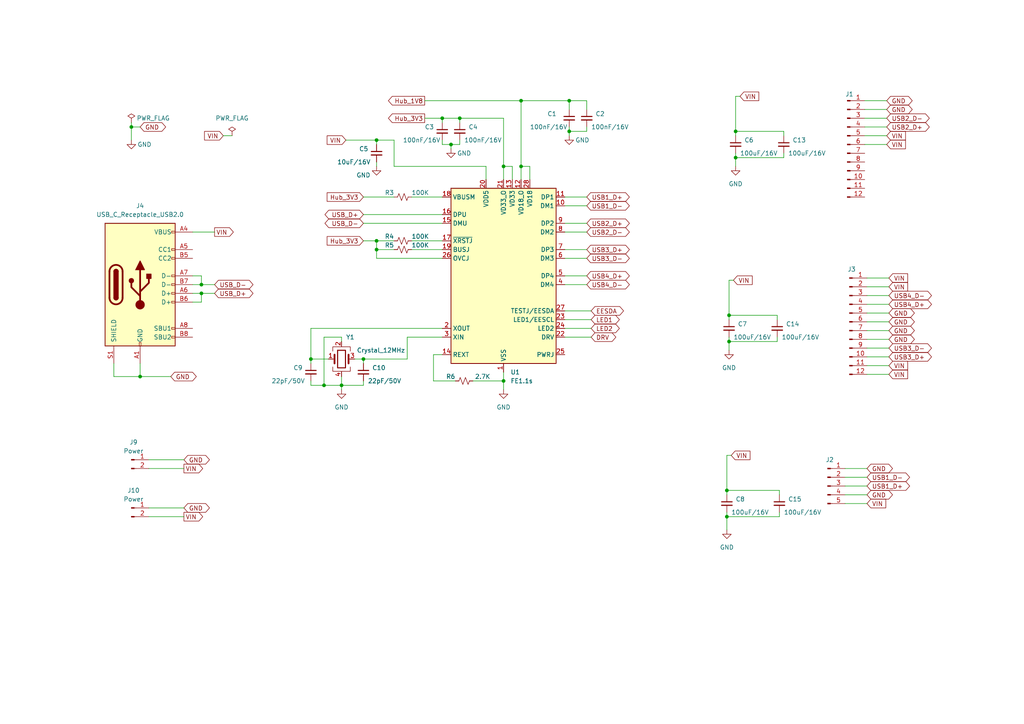
<source format=kicad_sch>
(kicad_sch (version 20230121) (generator eeschema)
  (paper "A4")
  (lib_symbols
    (symbol "Connector:Conn_01x02_Male" (pin_names (offset 1.016) hide)
      (property "Reference" "J" (at 0 2.54 0))
      (property "Value" "Conn_01x02_Male" (at 0 -5.08 0))
      (symbol "Conn_01x02_Male_1_1"
        (polyline (pts (xy 1.27 -2.54) (xy 0.8636 -2.54)) (stroke (width 0.1524)))
        (polyline (pts (xy 1.27 0) (xy 0.8636 0)) (stroke (width 0.1524)))
        (rectangle (start 0.8636 -2.413) (end 0 -2.667) (stroke (width 0.1524)) (fill (type outline)))
        (rectangle (start 0.8636 0.127) (end 0 -0.127) (stroke (width 0.1524)) (fill (type outline)))
        (pin passive line (at 5.08 0 180) (length 3.81) (name "Pin_1") (number "1"))
        (pin passive line (at 5.08 -2.54 180) (length 3.81) (name "Pin_2") (number "2"))
      )
    )
    (symbol "Connector:Conn_01x05_Male" (pin_names (offset 1.016) hide)
      (property "Reference" "J" (at 0 7.62 0))
      (property "Value" "Conn_01x05_Male" (at 0 -7.62 0))
      (symbol "Conn_01x05_Male_1_1"
        (polyline (pts (xy 1.27 -5.08) (xy 0.8636 -5.08)) (stroke (width 0.1524)))
        (polyline (pts (xy 1.27 -2.54) (xy 0.8636 -2.54)) (stroke (width 0.1524)))
        (polyline (pts (xy 1.27 0) (xy 0.8636 0)) (stroke (width 0.1524)))
        (polyline (pts (xy 1.27 2.54) (xy 0.8636 2.54)) (stroke (width 0.1524)))
        (polyline (pts (xy 1.27 5.08) (xy 0.8636 5.08)) (stroke (width 0.1524)))
        (rectangle (start 0.8636 -4.953) (end 0 -5.207) (stroke (width 0.1524)) (fill (type outline)))
        (rectangle (start 0.8636 -2.413) (end 0 -2.667) (stroke (width 0.1524)) (fill (type outline)))
        (rectangle (start 0.8636 0.127) (end 0 -0.127) (stroke (width 0.1524)) (fill (type outline)))
        (rectangle (start 0.8636 2.667) (end 0 2.413) (stroke (width 0.1524)) (fill (type outline)))
        (rectangle (start 0.8636 5.207) (end 0 4.953) (stroke (width 0.1524)) (fill (type outline)))
        (pin passive line (at 5.08 5.08 180) (length 3.81) (name "Pin_1") (number "1"))
        (pin passive line (at 5.08 2.54 180) (length 3.81) (name "Pin_2") (number "2"))
        (pin passive line (at 5.08 0 180) (length 3.81) (name "Pin_3") (number "3"))
        (pin passive line (at 5.08 -2.54 180) (length 3.81) (name "Pin_4") (number "4"))
        (pin passive line (at 5.08 -5.08 180) (length 3.81) (name "Pin_5") (number "5"))
      )
    )
    (symbol "Connector:Conn_01x12_Pin" (pin_names (offset 1.016) hide)
      (property "Reference" "J" (at 0 15.24 0))
      (property "Value" "Conn_01x12_Pin" (at 0 -17.78 0))
      (symbol "Conn_01x12_Pin_1_1"
        (polyline (pts (xy 1.27 -15.24) (xy 0.8636 -15.24)) (stroke (width 0.1524)))
        (polyline (pts (xy 1.27 -12.7) (xy 0.8636 -12.7)) (stroke (width 0.1524)))
        (polyline (pts (xy 1.27 -10.16) (xy 0.8636 -10.16)) (stroke (width 0.1524)))
        (polyline (pts (xy 1.27 -7.62) (xy 0.8636 -7.62)) (stroke (width 0.1524)))
        (polyline (pts (xy 1.27 -5.08) (xy 0.8636 -5.08)) (stroke (width 0.1524)))
        (polyline (pts (xy 1.27 -2.54) (xy 0.8636 -2.54)) (stroke (width 0.1524)))
        (polyline (pts (xy 1.27 0) (xy 0.8636 0)) (stroke (width 0.1524)))
        (polyline (pts (xy 1.27 2.54) (xy 0.8636 2.54)) (stroke (width 0.1524)))
        (polyline (pts (xy 1.27 5.08) (xy 0.8636 5.08)) (stroke (width 0.1524)))
        (polyline (pts (xy 1.27 7.62) (xy 0.8636 7.62)) (stroke (width 0.1524)))
        (polyline (pts (xy 1.27 10.16) (xy 0.8636 10.16)) (stroke (width 0.1524)))
        (polyline (pts (xy 1.27 12.7) (xy 0.8636 12.7)) (stroke (width 0.1524)))
        (rectangle (start 0.8636 -15.113) (end 0 -15.367) (stroke (width 0.1524)) (fill (type outline)))
        (rectangle (start 0.8636 -12.573) (end 0 -12.827) (stroke (width 0.1524)) (fill (type outline)))
        (rectangle (start 0.8636 -10.033) (end 0 -10.287) (stroke (width 0.1524)) (fill (type outline)))
        (rectangle (start 0.8636 -7.493) (end 0 -7.747) (stroke (width 0.1524)) (fill (type outline)))
        (rectangle (start 0.8636 -4.953) (end 0 -5.207) (stroke (width 0.1524)) (fill (type outline)))
        (rectangle (start 0.8636 -2.413) (end 0 -2.667) (stroke (width 0.1524)) (fill (type outline)))
        (rectangle (start 0.8636 0.127) (end 0 -0.127) (stroke (width 0.1524)) (fill (type outline)))
        (rectangle (start 0.8636 2.667) (end 0 2.413) (stroke (width 0.1524)) (fill (type outline)))
        (rectangle (start 0.8636 5.207) (end 0 4.953) (stroke (width 0.1524)) (fill (type outline)))
        (rectangle (start 0.8636 7.747) (end 0 7.493) (stroke (width 0.1524)) (fill (type outline)))
        (rectangle (start 0.8636 10.287) (end 0 10.033) (stroke (width 0.1524)) (fill (type outline)))
        (rectangle (start 0.8636 12.827) (end 0 12.573) (stroke (width 0.1524)) (fill (type outline)))
        (pin passive line (at 5.08 12.7 180) (length 3.81) (name "Pin_1") (number "1"))
        (pin passive line (at 5.08 -10.16 180) (length 3.81) (name "Pin_10") (number "10"))
        (pin passive line (at 5.08 -12.7 180) (length 3.81) (name "Pin_11") (number "11"))
        (pin passive line (at 5.08 -15.24 180) (length 3.81) (name "Pin_12") (number "12"))
        (pin passive line (at 5.08 10.16 180) (length 3.81) (name "Pin_2") (number "2"))
        (pin passive line (at 5.08 7.62 180) (length 3.81) (name "Pin_3") (number "3"))
        (pin passive line (at 5.08 5.08 180) (length 3.81) (name "Pin_4") (number "4"))
        (pin passive line (at 5.08 2.54 180) (length 3.81) (name "Pin_5") (number "5"))
        (pin passive line (at 5.08 0 180) (length 3.81) (name "Pin_6") (number "6"))
        (pin passive line (at 5.08 -2.54 180) (length 3.81) (name "Pin_7") (number "7"))
        (pin passive line (at 5.08 -5.08 180) (length 3.81) (name "Pin_8") (number "8"))
        (pin passive line (at 5.08 -7.62 180) (length 3.81) (name "Pin_9") (number "9"))
      )
    )
    (symbol "Connector:USB_C_Receptacle_USB2.0" (pin_names (offset 1.016))
      (property "Reference" "J" (at -10.16 19.05 0))
      (property "Value" "USB_C_Receptacle_USB2.0" (at 19.05 19.05 0))
      (symbol "USB_C_Receptacle_USB2.0_0_0"
        (rectangle (start -0.254 -17.78) (end 0.254 -16.764))
        (rectangle (start 10.16 -14.986) (end 9.144 -15.494))
        (rectangle (start 10.16 -12.446) (end 9.144 -12.954))
        (rectangle (start 10.16 -4.826) (end 9.144 -5.334))
        (rectangle (start 10.16 -2.286) (end 9.144 -2.794))
        (rectangle (start 10.16 0.254) (end 9.144 -0.254))
        (rectangle (start 10.16 2.794) (end 9.144 2.286))
        (rectangle (start 10.16 7.874) (end 9.144 7.366))
        (rectangle (start 10.16 10.414) (end 9.144 9.906))
        (rectangle (start 10.16 15.494) (end 9.144 14.986))
      )
      (symbol "USB_C_Receptacle_USB2.0_0_1"
        (rectangle (start -10.16 17.78) (end 10.16 -17.78) (stroke (width 0.254)) (fill (type background)))
        (arc (start -8.89 -3.81) (mid -6.985 -5.7067) (end -5.08 -3.81) (stroke (width 0.508)))
        (arc (start -7.62 -3.81) (mid -6.985 -4.4423) (end -6.35 -3.81) (stroke (width 0.254)))
        (arc (start -7.62 -3.81) (mid -6.985 -4.4423) (end -6.35 -3.81) (stroke (width 0.254)) (fill (type outline)))
        (rectangle (start -7.62 -3.81) (end -6.35 3.81) (stroke (width 0.254)) (fill (type outline)))
        (arc (start -6.35 3.81) (mid -6.985 4.4423) (end -7.62 3.81) (stroke (width 0.254)))
        (arc (start -6.35 3.81) (mid -6.985 4.4423) (end -7.62 3.81) (stroke (width 0.254)) (fill (type outline)))
        (arc (start -5.08 3.81) (mid -6.985 5.7067) (end -8.89 3.81) (stroke (width 0.508)))
        (circle (center -2.54 1.143) (radius 0.635) (stroke (width 0.254)) (fill (type outline)))
        (circle (center 0 -5.842) (radius 1.27) (fill (type outline)))
        (polyline (pts (xy -8.89 -3.81) (xy -8.89 3.81)) (stroke (width 0.508)))
        (polyline (pts (xy -5.08 3.81) (xy -5.08 -3.81)) (stroke (width 0.508)))
        (polyline (pts (xy 0 -5.842) (xy 0 4.318)) (stroke (width 0.508)))
        (polyline (pts (xy 0 -3.302) (xy -2.54 -0.762) (xy -2.54 0.508)) (stroke (width 0.508)))
        (polyline (pts (xy 0 -2.032) (xy 2.54 0.508) (xy 2.54 1.778)) (stroke (width 0.508)))
        (polyline (pts (xy -1.27 4.318) (xy 0 6.858) (xy 1.27 4.318) (xy -1.27 4.318)) (stroke (width 0.254)) (fill (type outline)))
        (rectangle (start 1.905 1.778) (end 3.175 3.048) (stroke (width 0.254)) (fill (type outline)))
      )
      (symbol "USB_C_Receptacle_USB2.0_1_1"
        (pin passive line (at 0 -22.86 90) (length 5.08) (name "GND") (number "A1"))
        (pin passive line (at 0 -22.86 90) (length 5.08) hide (name "GND") (number "A12"))
        (pin passive line (at 15.24 15.24 180) (length 5.08) (name "VBUS") (number "A4"))
        (pin bidirectional line (at 15.24 10.16 180) (length 5.08) (name "CC1") (number "A5"))
        (pin bidirectional line (at 15.24 -2.54 180) (length 5.08) (name "D+") (number "A6"))
        (pin bidirectional line (at 15.24 2.54 180) (length 5.08) (name "D-") (number "A7"))
        (pin bidirectional line (at 15.24 -12.7 180) (length 5.08) (name "SBU1") (number "A8"))
        (pin passive line (at 15.24 15.24 180) (length 5.08) hide (name "VBUS") (number "A9"))
        (pin passive line (at 0 -22.86 90) (length 5.08) hide (name "GND") (number "B1"))
        (pin passive line (at 0 -22.86 90) (length 5.08) hide (name "GND") (number "B12"))
        (pin passive line (at 15.24 15.24 180) (length 5.08) hide (name "VBUS") (number "B4"))
        (pin bidirectional line (at 15.24 7.62 180) (length 5.08) (name "CC2") (number "B5"))
        (pin bidirectional line (at 15.24 -5.08 180) (length 5.08) (name "D+") (number "B6"))
        (pin bidirectional line (at 15.24 0 180) (length 5.08) (name "D-") (number "B7"))
        (pin bidirectional line (at 15.24 -15.24 180) (length 5.08) (name "SBU2") (number "B8"))
        (pin passive line (at 15.24 15.24 180) (length 5.08) hide (name "VBUS") (number "B9"))
        (pin passive line (at -7.62 -22.86 90) (length 5.08) (name "SHIELD") (number "S1"))
      )
    )
    (symbol "Device:C_Small" (pin_numbers hide) (pin_names (offset 0.254) hide)
      (property "Reference" "C" (at 0.254 1.778 0))
      (property "Value" "C_Small" (at 0.254 -2.032 0))
      (symbol "C_Small_0_1"
        (polyline (pts (xy -1.524 -0.508) (xy 1.524 -0.508)) (stroke (width 0.3302)))
        (polyline (pts (xy -1.524 0.508) (xy 1.524 0.508)) (stroke (width 0.3048)))
      )
      (symbol "C_Small_1_1"
        (pin passive line (at 0 2.54 270) (length 2.032) (name "~") (number "1"))
        (pin passive line (at 0 -2.54 90) (length 2.032) (name "~") (number "2"))
      )
    )
    (symbol "Device:Crystal_GND24" (pin_names (offset 1.016) hide)
      (property "Reference" "Y" (at 3.175 5.08 0))
      (property "Value" "Crystal_GND24" (at 3.175 3.175 0))
      (symbol "Crystal_GND24_0_1"
        (rectangle (start -1.143 2.54) (end 1.143 -2.54) (stroke (width 0.3048)))
        (polyline (pts (xy -2.54 0) (xy -2.032 0)))
        (polyline (pts (xy -2.032 -1.27) (xy -2.032 1.27)) (stroke (width 0.508)))
        (polyline (pts (xy 0 -3.81) (xy 0 -3.556)))
        (polyline (pts (xy 0 3.556) (xy 0 3.81)))
        (polyline (pts (xy 2.032 -1.27) (xy 2.032 1.27)) (stroke (width 0.508)))
        (polyline (pts (xy 2.032 0) (xy 2.54 0)))
        (polyline (pts (xy -2.54 -2.286) (xy -2.54 -3.556) (xy 2.54 -3.556) (xy 2.54 -2.286)))
        (polyline (pts (xy -2.54 2.286) (xy -2.54 3.556) (xy 2.54 3.556) (xy 2.54 2.286)))
      )
      (symbol "Crystal_GND24_1_1"
        (pin passive line (at -3.81 0 0) (length 1.27) (name "1") (number "1"))
        (pin passive line (at 0 5.08 270) (length 1.27) (name "2") (number "2"))
        (pin passive line (at 3.81 0 180) (length 1.27) (name "3") (number "3"))
        (pin passive line (at 0 -5.08 90) (length 1.27) (name "4") (number "4"))
      )
    )
    (symbol "Device:R_Small_US" (pin_numbers hide) (pin_names (offset 0.254) hide)
      (property "Reference" "R" (at 0.762 0.508 0))
      (property "Value" "R_Small_US" (at 0.762 -1.016 0))
      (symbol "R_Small_US_1_1"
        (polyline (pts (xy 0 0) (xy 1.016 -0.381) (xy 0 -0.762) (xy -1.016 -1.143) (xy 0 -1.524)))
        (polyline (pts (xy 0 1.524) (xy 1.016 1.143) (xy 0 0.762) (xy -1.016 0.381) (xy 0 0)))
        (pin passive line (at 0 2.54 270) (length 1.016) (name "~") (number "1"))
        (pin passive line (at 0 -2.54 90) (length 1.016) (name "~") (number "2"))
      )
    )
    (symbol "Interface_USB:FE1.1s"
      (property "Reference" "U" (at -11.43 26.67 0))
      (property "Value" "FE1.1s" (at 12.7 27.94 0))
      (symbol "FE1.1s_0_1"
        (rectangle (start -15.24 25.4) (end 15.24 -25.4) (stroke (width 0.254)) (fill (type background)))
      )
      (symbol "FE1.1s_1_1"
        (pin power_in line (at 0 -27.94 90) (length 2.54) (name "VSS") (number "1"))
        (pin bidirectional line (at 17.78 20.32 180) (length 2.54) (name "DM1") (number "10"))
        (pin bidirectional line (at 17.78 22.86 180) (length 2.54) (name "DP1") (number "11"))
        (pin power_out line (at 5.08 27.94 270) (length 2.54) (name "VD18_O") (number "12"))
        (pin power_in line (at 2.54 27.94 270) (length 2.54) (name "VD33") (number "13"))
        (pin passive line (at -17.78 -22.86 0) (length 2.54) (name "REXT") (number "14"))
        (pin bidirectional line (at -17.78 15.24 0) (length 2.54) (name "DMU") (number "15"))
        (pin bidirectional line (at -17.78 17.78 0) (length 2.54) (name "DPU") (number "16"))
        (pin input line (at -17.78 10.16 0) (length 2.54) (name "~{XRSTJ}") (number "17"))
        (pin input line (at -17.78 22.86 0) (length 2.54) (name "VBUSM") (number "18"))
        (pin input line (at -17.78 7.62 0) (length 2.54) (name "BUSJ") (number "19"))
        (pin output line (at -17.78 -15.24 0) (length 2.54) (name "XOUT") (number "2"))
        (pin power_in line (at -5.08 27.94 270) (length 2.54) (name "VDD5") (number "20"))
        (pin power_out line (at 0 27.94 270) (length 2.54) (name "VD33_O") (number "21"))
        (pin bidirectional line (at 17.78 -17.78 180) (length 2.54) (name "DRV") (number "22"))
        (pin bidirectional line (at 17.78 -12.7 180) (length 2.54) (name "LED1/EESCL") (number "23"))
        (pin bidirectional line (at 17.78 -15.24 180) (length 2.54) (name "LED2") (number "24"))
        (pin output line (at 17.78 -22.86 180) (length 2.54) (name "PWRJ") (number "25"))
        (pin input line (at -17.78 5.08 0) (length 2.54) (name "OVCJ") (number "26"))
        (pin bidirectional line (at 17.78 -10.16 180) (length 2.54) (name "TESTJ/EESDA") (number "27"))
        (pin power_in line (at 7.62 27.94 270) (length 2.54) (name "VD18") (number "28"))
        (pin input line (at -17.78 -17.78 0) (length 2.54) (name "XIN") (number "3"))
        (pin bidirectional line (at 17.78 -2.54 180) (length 2.54) (name "DM4") (number "4"))
        (pin bidirectional line (at 17.78 0 180) (length 2.54) (name "DP4") (number "5"))
        (pin bidirectional line (at 17.78 5.08 180) (length 2.54) (name "DM3") (number "6"))
        (pin bidirectional line (at 17.78 7.62 180) (length 2.54) (name "DP3") (number "7"))
        (pin bidirectional line (at 17.78 12.7 180) (length 2.54) (name "DM2") (number "8"))
        (pin bidirectional line (at 17.78 15.24 180) (length 2.54) (name "DP2") (number "9"))
      )
    )
    (symbol "power:GND" (power) (pin_names (offset 0))
      (property "Value" "GND" (at 0 -3.81 0))
      (symbol "GND_0_1"
        (polyline (pts (xy 0 0) (xy 0 -1.27) (xy 1.27 -1.27) (xy 0 -2.54) (xy -1.27 -1.27) (xy 0 -1.27)))
      )
      (symbol "GND_1_1"
        (pin power_in line (at 0 0 270) (length 0) hide (name "GND") (number "1"))
      )
    )
    (symbol "power:PWR_FLAG" (power) (pin_numbers hide) (pin_names (offset 0) hide)
      (property "Value" "PWR_FLAG" (at 0 3.81 0))
      (symbol "PWR_FLAG_0_0"
        (pin power_out line (at 0 0 90) (length 0) (name "pwr") (number "1"))
      )
      (symbol "PWR_FLAG_0_1"
        (polyline (pts (xy 0 0) (xy 0 1.27) (xy -1.016 1.905) (xy 0 2.54) (xy 1.016 1.905) (xy 0 1.27)))
      )
    )
  )
  (junction (at 99.06 111.76))
  (junction (at 211.455 91.44))
  (junction (at 93.98 111.76))
  (junction (at 133.35 34.29))
  (junction (at 210.82 149.86))
  (junction (at 105.41 104.14))
  (junction (at 90.17 104.14))
  (junction (at 146.05 110.49))
  (junction (at 213.36 45.72))
  (junction (at 151.13 48.26))
  (junction (at 210.82 142.24))
  (junction (at 165.1 29.21))
  (junction (at 38.1 36.83))
  (junction (at 130.81 41.91))
  (junction (at 109.22 72.39))
  (junction (at 211.455 99.06))
  (junction (at 58.42 82.55))
  (junction (at 58.42 85.09))
  (junction (at 146.05 48.26))
  (junction (at 151.13 29.21))
  (junction (at 128.27 34.29))
  (junction (at 213.36 38.1))
  (junction (at 40.64 109.22))
  (junction (at 109.22 40.64))
  (junction (at 109.22 69.85))
  (junction (at 165.1 38.1))
  (wire (pts (xy 128.27 41.91) (xy 130.81 41.91)))
  (wire (pts (xy 251.46 83.185) (xy 257.81 83.185)))
  (wire (pts (xy 251.46 100.965) (xy 257.81 100.965)))
  (wire (pts (xy 90.17 104.14) (xy 95.25 104.14)))
  (wire (pts (xy 105.41 57.15) (xy 114.3 57.15)))
  (wire (pts (xy 109.22 40.64) (xy 114.3 40.64)))
  (wire (pts (xy 133.35 40.64) (xy 133.35 41.91)))
  (wire (pts (xy 118.11 97.79) (xy 128.27 97.79)))
  (wire (pts (xy 226.06 148.59) (xy 226.06 149.86)))
  (wire (pts (xy 170.18 29.21) (xy 165.1 29.21)))
  (wire (pts (xy 210.82 148.59) (xy 210.82 149.86)))
  (wire (pts (xy 250.825 39.37) (xy 257.175 39.37)))
  (wire (pts (xy 90.17 111.76) (xy 93.98 111.76)))
  (wire (pts (xy 133.35 34.29) (xy 146.05 34.29)))
  (wire (pts (xy 55.88 82.55) (xy 58.42 82.55)))
  (wire (pts (xy 114.3 72.39) (xy 109.22 72.39)))
  (wire (pts (xy 146.05 52.07) (xy 146.05 48.26)))
  (wire (pts (xy 163.83 67.31) (xy 170.18 67.31)))
  (wire (pts (xy 105.41 111.76) (xy 99.06 111.76)))
  (wire (pts (xy 43.18 133.35) (xy 53.34 133.35)))
  (wire (pts (xy 123.19 29.21) (xy 151.13 29.21)))
  (wire (pts (xy 99.06 111.76) (xy 99.06 113.03)))
  (wire (pts (xy 93.98 111.76) (xy 99.06 111.76)))
  (wire (pts (xy 251.46 93.345) (xy 257.81 93.345)))
  (wire (pts (xy 137.16 110.49) (xy 146.05 110.49)))
  (wire (pts (xy 43.18 147.32) (xy 53.34 147.32)))
  (wire (pts (xy 33.02 109.22) (xy 40.64 109.22)))
  (wire (pts (xy 128.27 102.87) (xy 125.73 102.87)))
  (wire (pts (xy 213.36 38.1) (xy 213.36 39.37)))
  (wire (pts (xy 211.455 81.28) (xy 211.455 91.44)))
  (wire (pts (xy 211.455 97.79) (xy 211.455 99.06)))
  (wire (pts (xy 125.73 110.49) (xy 132.08 110.49)))
  (wire (pts (xy 250.825 36.83) (xy 257.175 36.83)))
  (wire (pts (xy 163.83 74.93) (xy 170.18 74.93)))
  (wire (pts (xy 225.425 92.71) (xy 225.425 91.44)))
  (wire (pts (xy 105.41 104.14) (xy 105.41 105.41)))
  (wire (pts (xy 130.81 41.91) (xy 130.81 43.18)))
  (wire (pts (xy 211.455 99.06) (xy 211.455 101.6)))
  (wire (pts (xy 128.27 34.29) (xy 133.35 34.29)))
  (wire (pts (xy 55.88 67.31) (xy 62.23 67.31)))
  (wire (pts (xy 251.46 85.725) (xy 257.81 85.725)))
  (wire (pts (xy 225.425 91.44) (xy 211.455 91.44)))
  (wire (pts (xy 251.46 88.265) (xy 257.81 88.265)))
  (wire (pts (xy 128.27 74.93) (xy 109.22 74.93)))
  (wire (pts (xy 128.27 34.29) (xy 128.27 35.56)))
  (wire (pts (xy 165.1 38.1) (xy 170.18 38.1)))
  (wire (pts (xy 163.83 82.55) (xy 170.18 82.55)))
  (wire (pts (xy 213.36 27.94) (xy 213.36 38.1)))
  (wire (pts (xy 245.11 143.51) (xy 251.46 143.51)))
  (wire (pts (xy 245.11 140.97) (xy 251.46 140.97)))
  (wire (pts (xy 251.46 103.505) (xy 257.81 103.505)))
  (wire (pts (xy 163.83 90.17) (xy 171.45 90.17)))
  (wire (pts (xy 133.35 34.29) (xy 133.35 35.56)))
  (wire (pts (xy 119.38 69.85) (xy 128.27 69.85)))
  (wire (pts (xy 64.77 39.37) (xy 67.31 39.37)))
  (wire (pts (xy 123.19 34.29) (xy 128.27 34.29)))
  (wire (pts (xy 55.88 85.09) (xy 58.42 85.09)))
  (wire (pts (xy 165.1 38.1) (xy 165.1 39.37)))
  (wire (pts (xy 251.46 90.805) (xy 257.81 90.805)))
  (wire (pts (xy 251.46 106.045) (xy 257.81 106.045)))
  (wire (pts (xy 55.88 80.01) (xy 58.42 80.01)))
  (wire (pts (xy 211.455 91.44) (xy 211.455 92.71)))
  (wire (pts (xy 100.33 40.64) (xy 109.22 40.64)))
  (wire (pts (xy 226.06 142.24) (xy 210.82 142.24)))
  (wire (pts (xy 43.18 135.89) (xy 53.34 135.89)))
  (wire (pts (xy 40.64 36.83) (xy 38.1 36.83)))
  (wire (pts (xy 109.22 40.64) (xy 109.22 41.91)))
  (wire (pts (xy 151.13 52.07) (xy 151.13 48.26)))
  (wire (pts (xy 40.64 109.22) (xy 49.53 109.22)))
  (wire (pts (xy 114.3 48.26) (xy 140.97 48.26)))
  (wire (pts (xy 90.17 95.25) (xy 90.17 104.14)))
  (wire (pts (xy 163.83 80.01) (xy 170.18 80.01)))
  (wire (pts (xy 163.83 64.77) (xy 170.18 64.77)))
  (wire (pts (xy 151.13 48.26) (xy 151.13 29.21)))
  (wire (pts (xy 58.42 80.01) (xy 58.42 82.55)))
  (wire (pts (xy 38.1 35.56) (xy 38.1 36.83)))
  (wire (pts (xy 109.22 46.99) (xy 109.22 48.26)))
  (wire (pts (xy 43.18 149.86) (xy 53.34 149.86)))
  (wire (pts (xy 90.17 104.14) (xy 90.17 105.41)))
  (wire (pts (xy 245.11 138.43) (xy 251.46 138.43)))
  (wire (pts (xy 148.59 48.26) (xy 148.59 52.07)))
  (wire (pts (xy 151.13 29.21) (xy 165.1 29.21)))
  (wire (pts (xy 165.1 31.75) (xy 165.1 29.21)))
  (wire (pts (xy 251.46 98.425) (xy 257.81 98.425)))
  (wire (pts (xy 227.33 39.37) (xy 227.33 38.1)))
  (wire (pts (xy 225.425 97.79) (xy 225.425 99.06)))
  (wire (pts (xy 163.83 72.39) (xy 170.18 72.39)))
  (wire (pts (xy 163.83 92.71) (xy 171.45 92.71)))
  (wire (pts (xy 225.425 99.06) (xy 211.455 99.06)))
  (wire (pts (xy 40.64 105.41) (xy 40.64 109.22)))
  (wire (pts (xy 153.67 48.26) (xy 151.13 48.26)))
  (wire (pts (xy 105.41 69.85) (xy 109.22 69.85)))
  (wire (pts (xy 227.33 38.1) (xy 213.36 38.1)))
  (wire (pts (xy 146.05 48.26) (xy 148.59 48.26)))
  (wire (pts (xy 90.17 110.49) (xy 90.17 111.76)))
  (wire (pts (xy 105.41 62.23) (xy 128.27 62.23)))
  (wire (pts (xy 128.27 95.25) (xy 90.17 95.25)))
  (wire (pts (xy 250.825 29.21) (xy 257.175 29.21)))
  (wire (pts (xy 226.06 143.51) (xy 226.06 142.24)))
  (wire (pts (xy 146.05 110.49) (xy 146.05 113.03)))
  (wire (pts (xy 109.22 74.93) (xy 109.22 72.39)))
  (wire (pts (xy 119.38 57.15) (xy 128.27 57.15)))
  (wire (pts (xy 163.83 57.15) (xy 170.18 57.15)))
  (wire (pts (xy 105.41 110.49) (xy 105.41 111.76)))
  (wire (pts (xy 165.1 38.1) (xy 165.1 36.83)))
  (wire (pts (xy 58.42 85.09) (xy 62.23 85.09)))
  (wire (pts (xy 125.73 102.87) (xy 125.73 110.49)))
  (wire (pts (xy 118.11 104.14) (xy 118.11 97.79)))
  (wire (pts (xy 105.41 64.77) (xy 128.27 64.77)))
  (wire (pts (xy 93.98 97.79) (xy 93.98 111.76)))
  (wire (pts (xy 210.82 142.24) (xy 210.82 143.51)))
  (wire (pts (xy 130.81 41.91) (xy 133.35 41.91)))
  (wire (pts (xy 146.05 34.29) (xy 146.05 48.26)))
  (wire (pts (xy 213.36 44.45) (xy 213.36 45.72)))
  (wire (pts (xy 114.3 48.26) (xy 114.3 40.64)))
  (wire (pts (xy 38.1 36.83) (xy 38.1 40.64)))
  (wire (pts (xy 146.05 107.95) (xy 146.05 110.49)))
  (wire (pts (xy 245.11 146.05) (xy 251.46 146.05)))
  (wire (pts (xy 99.06 97.79) (xy 93.98 97.79)))
  (wire (pts (xy 211.455 81.28) (xy 212.725 81.28)))
  (wire (pts (xy 250.825 31.75) (xy 257.175 31.75)))
  (wire (pts (xy 105.41 104.14) (xy 118.11 104.14)))
  (wire (pts (xy 245.11 135.89) (xy 251.46 135.89)))
  (wire (pts (xy 226.06 149.86) (xy 210.82 149.86)))
  (wire (pts (xy 251.46 108.585) (xy 257.81 108.585)))
  (wire (pts (xy 102.87 104.14) (xy 105.41 104.14)))
  (wire (pts (xy 99.06 109.22) (xy 99.06 111.76)))
  (wire (pts (xy 33.02 105.41) (xy 33.02 109.22)))
  (wire (pts (xy 227.33 45.72) (xy 213.36 45.72)))
  (wire (pts (xy 210.82 132.08) (xy 210.82 142.24)))
  (wire (pts (xy 170.18 38.1) (xy 170.18 36.83)))
  (wire (pts (xy 140.97 48.26) (xy 140.97 52.07)))
  (wire (pts (xy 210.82 132.08) (xy 212.09 132.08)))
  (wire (pts (xy 163.83 97.79) (xy 171.45 97.79)))
  (wire (pts (xy 250.825 41.91) (xy 257.175 41.91)))
  (wire (pts (xy 109.22 69.85) (xy 114.3 69.85)))
  (wire (pts (xy 251.46 95.885) (xy 257.81 95.885)))
  (wire (pts (xy 213.36 27.94) (xy 214.63 27.94)))
  (wire (pts (xy 250.825 34.29) (xy 257.175 34.29)))
  (wire (pts (xy 213.36 45.72) (xy 213.36 48.26)))
  (wire (pts (xy 170.18 31.75) (xy 170.18 29.21)))
  (wire (pts (xy 58.42 87.63) (xy 58.42 85.09)))
  (wire (pts (xy 251.46 80.645) (xy 257.81 80.645)))
  (wire (pts (xy 55.88 87.63) (xy 58.42 87.63)))
  (wire (pts (xy 58.42 82.55) (xy 62.23 82.55)))
  (wire (pts (xy 119.38 72.39) (xy 128.27 72.39)))
  (wire (pts (xy 128.27 40.64) (xy 128.27 41.91)))
  (wire (pts (xy 163.83 59.69) (xy 170.18 59.69)))
  (wire (pts (xy 163.83 95.25) (xy 171.45 95.25)))
  (wire (pts (xy 153.67 52.07) (xy 153.67 48.26)))
  (wire (pts (xy 109.22 72.39) (xy 109.22 69.85)))
  (wire (pts (xy 210.82 149.86) (xy 210.82 153.67)))
  (wire (pts (xy 227.33 44.45) (xy 227.33 45.72)))
  (wire (pts (xy 99.06 99.06) (xy 99.06 97.79)))
  (global_label "LED1" (shape bidirectional) (at 171.45 92.71 0) (property "Intersheetrefs" "${INTERSHEET_REFS}" (effects hide)) (property "插入圖紙頁參考" "${INTERSHEET_REFS}" (effects hide)))
  (global_label "USB4_D+" (shape bidirectional) (at 170.18 80.01 0) (property "Intersheetrefs" "${INTERSHEET_REFS}" (effects hide)) (property "插入圖紙頁參考" "${INTERSHEET_REFS}" (effects hide)))
  (global_label "USB_D+" (shape bidirectional) (at 105.41 62.23 180) (property "Intersheetrefs" "${INTERSHEET_REFS}" (effects hide)) (property "插入圖紙頁參考" "${INTERSHEET_REFS}" (effects hide)))
  (global_label "GND" (shape bidirectional) (at 257.81 93.345 0) (property "Intersheetrefs" "${INTERSHEET_REFS}" (effects hide)) (property "插入圖紙頁參考" "${INTERSHEET_REFS}" (effects hide)))
  (global_label "GND" (shape bidirectional) (at 251.46 143.51 0) (property "Intersheetrefs" "${INTERSHEET_REFS}" (effects hide)) (property "插入圖紙頁參考" "${INTERSHEET_REFS}" (effects hide)))
  (global_label "USB4_D-" (shape bidirectional) (at 170.18 82.55 0) (property "Intersheetrefs" "${INTERSHEET_REFS}" (effects hide)) (property "插入圖紙頁參考" "${INTERSHEET_REFS}" (effects hide)))
  (global_label "VIN" (shape input) (at 212.09 132.08 0) (property "Intersheetrefs" "${INTERSHEET_REFS}" (effects hide)) (property "插入圖紙頁參考" "${INTERSHEET_REFS}" (effects hide)))
  (global_label "VIN" (shape output) (at 53.34 135.89 0) (property "Intersheetrefs" "${INTERSHEET_REFS}" (effects hide)) (property "插入圖紙頁參考" "${INTERSHEET_REFS}" (effects hide)))
  (global_label "VIN" (shape input) (at 257.175 39.37 0) (property "Intersheetrefs" "${INTERSHEET_REFS}" (effects hide)) (property "插入圖紙頁參考" "${INTERSHEET_REFS}" (effects hide)))
  (global_label "GND" (shape bidirectional) (at 257.175 31.75 0) (property "Intersheetrefs" "${INTERSHEET_REFS}" (effects hide)) (property "插入圖紙頁參考" "${INTERSHEET_REFS}" (effects hide)))
  (global_label "USB2_D+" (shape bidirectional) (at 257.175 36.83 0) (property "Intersheetrefs" "${INTERSHEET_REFS}" (effects hide)) (property "插入圖紙頁參考" "${INTERSHEET_REFS}" (effects hide)))
  (global_label "VIN" (shape input) (at 251.46 146.05 0) (property "Intersheetrefs" "${INTERSHEET_REFS}" (effects hide)) (property "插入圖紙頁參考" "${INTERSHEET_REFS}" (effects hide)))
  (global_label "VIN" (shape input) (at 257.81 106.045 0) (property "Intersheetrefs" "${INTERSHEET_REFS}" (effects hide)) (property "插入圖紙頁參考" "${INTERSHEET_REFS}" (effects hide)))
  (global_label "GND" (shape bidirectional) (at 53.34 133.35 0) (property "Intersheetrefs" "${INTERSHEET_REFS}" (effects hide)) (property "插入圖紙頁參考" "${INTERSHEET_REFS}" (effects hide)))
  (global_label "Hub_1V8" (shape output) (at 123.19 29.21 180) (property "Intersheetrefs" "${INTERSHEET_REFS}" (effects hide)) (property "插入圖紙頁參考" "${INTERSHEET_REFS}" (effects hide)))
  (global_label "VIN" (shape input) (at 257.175 41.91 0) (property "Intersheetrefs" "${INTERSHEET_REFS}" (effects hide)) (property "插入圖紙頁參考" "${INTERSHEET_REFS}" (effects hide)))
  (global_label "GND" (shape bidirectional) (at 53.34 147.32 0) (property "Intersheetrefs" "${INTERSHEET_REFS}" (effects hide)) (property "插入圖紙頁參考" "${INTERSHEET_REFS}" (effects hide)))
  (global_label "USB4_D-" (shape bidirectional) (at 257.81 85.725 0) (property "Intersheetrefs" "${INTERSHEET_REFS}" (effects hide)) (property "插入圖紙頁參考" "${INTERSHEET_REFS}" (effects hide)))
  (global_label "USB1_D+" (shape bidirectional) (at 251.46 140.97 0) (property "Intersheetrefs" "${INTERSHEET_REFS}" (effects hide)) (property "插入圖紙頁參考" "${INTERSHEET_REFS}" (effects hide)))
  (global_label "VIN" (shape input) (at 257.81 80.645 0) (property "Intersheetrefs" "${INTERSHEET_REFS}" (effects hide)) (property "插入圖紙頁參考" "${INTERSHEET_REFS}" (effects hide)))
  (global_label "VIN" (shape input) (at 257.81 108.585 0) (property "Intersheetrefs" "${INTERSHEET_REFS}" (effects hide)) (property "插入圖紙頁參考" "${INTERSHEET_REFS}" (effects hide)))
  (global_label "GND" (shape bidirectional) (at 40.64 36.83 0) (property "Intersheetrefs" "${INTERSHEET_REFS}" (effects hide)) (property "插入圖紙頁參考" "${INTERSHEET_REFS}" (effects hide)))
  (global_label "VIN" (shape output) (at 62.23 67.31 0) (property "Intersheetrefs" "${INTERSHEET_REFS}" (effects hide)) (property "插入圖紙頁參考" "${INTERSHEET_REFS}" (effects hide)))
  (global_label "USB2_D+" (shape bidirectional) (at 170.18 64.77 0) (property "Intersheetrefs" "${INTERSHEET_REFS}" (effects hide)) (property "插入圖紙頁參考" "${INTERSHEET_REFS}" (effects hide)))
  (global_label "USB3_D-" (shape bidirectional) (at 170.18 74.93 0) (property "Intersheetrefs" "${INTERSHEET_REFS}" (effects hide)) (property "插入圖紙頁參考" "${INTERSHEET_REFS}" (effects hide)))
  (global_label "GND" (shape bidirectional) (at 257.81 95.885 0) (property "Intersheetrefs" "${INTERSHEET_REFS}" (effects hide)) (property "插入圖紙頁參考" "${INTERSHEET_REFS}" (effects hide)))
  (global_label "USB1_D-" (shape bidirectional) (at 170.18 59.69 0) (property "Intersheetrefs" "${INTERSHEET_REFS}" (effects hide)) (property "插入圖紙頁參考" "${INTERSHEET_REFS}" (effects hide)))
  (global_label "DRV" (shape bidirectional) (at 171.45 97.79 0) (property "Intersheetrefs" "${INTERSHEET_REFS}" (effects hide)) (property "插入圖紙頁參考" "${INTERSHEET_REFS}" (effects hide)))
  (global_label "Hub_3V3" (shape input) (at 105.41 57.15 180) (property "Intersheetrefs" "${INTERSHEET_REFS}" (effects hide)) (property "插入圖紙頁參考" "${INTERSHEET_REFS}" (effects hide)))
  (global_label "VIN" (shape output) (at 53.34 149.86 0) (property "Intersheetrefs" "${INTERSHEET_REFS}" (effects hide)) (property "插入圖紙頁參考" "${INTERSHEET_REFS}" (effects hide)))
  (global_label "GND" (shape bidirectional) (at 49.53 109.22 0) (property "Intersheetrefs" "${INTERSHEET_REFS}" (effects hide)) (property "插入圖紙頁參考" "${INTERSHEET_REFS}" (effects hide)))
  (global_label "USB4_D+" (shape bidirectional) (at 257.81 88.265 0) (property "Intersheetrefs" "${INTERSHEET_REFS}" (effects hide)) (property "插入圖紙頁參考" "${INTERSHEET_REFS}" (effects hide)))
  (global_label "USB3_D+" (shape bidirectional) (at 257.81 103.505 0) (property "Intersheetrefs" "${INTERSHEET_REFS}" (effects hide)) (property "插入圖紙頁參考" "${INTERSHEET_REFS}" (effects hide)))
  (global_label "VIN" (shape input) (at 257.81 83.185 0) (property "Intersheetrefs" "${INTERSHEET_REFS}" (effects hide)) (property "插入圖紙頁參考" "${INTERSHEET_REFS}" (effects hide)))
  (global_label "GND" (shape bidirectional) (at 257.175 29.21 0) (property "Intersheetrefs" "${INTERSHEET_REFS}" (effects hide)) (property "插入圖紙頁參考" "${INTERSHEET_REFS}" (effects hide)))
  (global_label "GND" (shape bidirectional) (at 257.81 98.425 0) (property "Intersheetrefs" "${INTERSHEET_REFS}" (effects hide)) (property "插入圖紙頁參考" "${INTERSHEET_REFS}" (effects hide)))
  (global_label "VIN" (shape input) (at 212.725 81.28 0) (property "Intersheetrefs" "${INTERSHEET_REFS}" (effects hide)) (property "插入圖紙頁參考" "${INTERSHEET_REFS}" (effects hide)))
  (global_label "GND" (shape bidirectional) (at 257.81 90.805 0) (property "Intersheetrefs" "${INTERSHEET_REFS}" (effects hide)) (property "插入圖紙頁參考" "${INTERSHEET_REFS}" (effects hide)))
  (global_label "USB2_D-" (shape bidirectional) (at 257.175 34.29 0) (property "Intersheetrefs" "${INTERSHEET_REFS}" (effects hide)) (property "插入圖紙頁參考" "${INTERSHEET_REFS}" (effects hide)))
  (global_label "Hub_3V3" (shape output) (at 123.19 34.29 180) (property "Intersheetrefs" "${INTERSHEET_REFS}" (effects hide)) (property "插入圖紙頁參考" "${INTERSHEET_REFS}" (effects hide)))
  (global_label "VIN" (shape input) (at 64.77 39.37 180) (property "Intersheetrefs" "${INTERSHEET_REFS}" (effects hide)) (property "插入圖紙頁參考" "${INTERSHEET_REFS}" (effects hide)))
  (global_label "USB_D-" (shape bidirectional) (at 62.23 82.55 0) (property "Intersheetrefs" "${INTERSHEET_REFS}" (effects hide)) (property "插入圖紙頁參考" "${INTERSHEET_REFS}" (effects hide)))
  (global_label "GND" (shape bidirectional) (at 251.46 135.89 0) (property "Intersheetrefs" "${INTERSHEET_REFS}" (effects hide)) (property "插入圖紙頁參考" "${INTERSHEET_REFS}" (effects hide)))
  (global_label "USB2_D-" (shape bidirectional) (at 170.18 67.31 0) (property "Intersheetrefs" "${INTERSHEET_REFS}" (effects hide)) (property "插入圖紙頁參考" "${INTERSHEET_REFS}" (effects hide)))
  (global_label "USB3_D+" (shape bidirectional) (at 170.18 72.39 0) (property "Intersheetrefs" "${INTERSHEET_REFS}" (effects hide)) (property "插入圖紙頁參考" "${INTERSHEET_REFS}" (effects hide)))
  (global_label "USB3_D-" (shape bidirectional) (at 257.81 100.965 0) (property "Intersheetrefs" "${INTERSHEET_REFS}" (effects hide)) (property "插入圖紙頁參考" "${INTERSHEET_REFS}" (effects hide)))
  (global_label "EESDA" (shape bidirectional) (at 171.45 90.17 0) (property "Intersheetrefs" "${INTERSHEET_REFS}" (effects hide)) (property "插入圖紙頁參考" "${INTERSHEET_REFS}" (effects hide)))
  (global_label "LED2" (shape bidirectional) (at 171.45 95.25 0) (property "Intersheetrefs" "${INTERSHEET_REFS}" (effects hide)) (property "插入圖紙頁參考" "${INTERSHEET_REFS}" (effects hide)))
  (global_label "USB_D+" (shape bidirectional) (at 62.23 85.09 0) (property "Intersheetrefs" "${INTERSHEET_REFS}" (effects hide)) (property "插入圖紙頁參考" "${INTERSHEET_REFS}" (effects hide)))
  (global_label "VIN" (shape input) (at 214.63 27.94 0) (property "Intersheetrefs" "${INTERSHEET_REFS}" (effects hide)) (property "插入圖紙頁參考" "${INTERSHEET_REFS}" (effects hide)))
  (global_label "USB1_D-" (shape bidirectional) (at 251.46 138.43 0) (property "Intersheetrefs" "${INTERSHEET_REFS}" (effects hide)) (property "插入圖紙頁參考" "${INTERSHEET_REFS}" (effects hide)))
  (global_label "Hub_3V3" (shape input) (at 105.41 69.85 180) (property "Intersheetrefs" "${INTERSHEET_REFS}" (effects hide)) (property "插入圖紙頁參考" "${INTERSHEET_REFS}" (effects hide)))
  (global_label "USB_D-" (shape bidirectional) (at 105.41 64.77 180) (property "Intersheetrefs" "${INTERSHEET_REFS}" (effects hide)) (property "插入圖紙頁參考" "${INTERSHEET_REFS}" (effects hide)))
  (global_label "USB1_D+" (shape bidirectional) (at 170.18 57.15 0) (property "Intersheetrefs" "${INTERSHEET_REFS}" (effects hide)) (property "插入圖紙頁參考" "${INTERSHEET_REFS}" (effects hide)))
  (global_label "VIN" (shape input) (at 100.33 40.64 180) (property "Intersheetrefs" "${INTERSHEET_REFS}" (effects hide)) (property "插入圖紙頁參考" "${INTERSHEET_REFS}" (effects hide)))
  (symbol (lib_id "Device:C_Small") (at 105.41 107.95 0) (unit 1)
    (property "Reference" "C10" (at 107.95 106.68 0) (effects (justify left)))
    (property "Value" "22pF/50V" (at 106.68 110.49 0) (effects (justify left)))
    (property "Footprint" "Capacitor_SMD:C_0603_1608Metric" (effects hide))
  )
  (symbol (lib_id "Device:R_Small_US") (at 116.84 69.85 90) (unit 1)
    (property "Reference" "R4" (at 114.3 68.58 90) (effects (justify left)))
    (property "Value" "100K" (at 124.46 68.58 90) (effects (justify left)))
    (property "Footprint" "Resistor_SMD:R_0603_1608Metric" (effects hide))
  )
  (symbol (lib_id "Device:R_Small_US") (at 116.84 72.39 90) (unit 1)
    (property "Reference" "R5" (at 114.3 71.12 90) (effects (justify left)))
    (property "Value" "100K" (at 124.46 71.12 90) (effects (justify left)))
    (property "Footprint" "Resistor_SMD:R_0603_1608Metric" (effects hide))
  )
  (symbol (lib_id "power:GND") (at 99.06 113.03 0) (unit 1)
    (property "Reference" "#PWR010" (effects hide))
    (property "Value" "GND" (at 99.06 118.11 0))
  )
  (symbol (lib_id "Connector:Conn_01x12_Pin") (at 245.745 41.91 0) (unit 1)
    (property "Reference" "J1" (at 246.38 27.305 0))
    (property "Value" "Conn_01x12_Pin" (effects hide))
    (property "Footprint" "Connector_FFC-FPC:Hirose_FH12-12S-0.5SH_1x12-1MP_P0.50mm_Horizontal" (effects hide))
  )
  (symbol (lib_id "power:PWR_FLAG") (at 38.1 35.56 0) (unit 1)
    (property "Reference" "#FLG01" (effects hide))
    (property "Value" "PWR_FLAG" (at 44.45 34.29 0))
  )
  (symbol (lib_id "Device:C_Small") (at 213.36 41.91 0) (unit 1)
    (property "Reference" "C6" (at 215.9 40.64 0) (effects (justify left)))
    (property "Value" "100uF/16V" (at 214.63 44.45 0) (effects (justify left)))
    (property "Footprint" "Capacitor_SMD:C_1206_3216Metric" (effects hide))
  )
  (symbol (lib_id "power:GND") (at 38.1 40.64 0) (unit 1)
    (property "Reference" "#PWR08" (effects hide))
    (property "Value" "GND" (at 41.91 41.91 0))
  )
  (symbol (lib_id "Connector:Conn_01x02_Male") (at 38.1 147.32 0) (unit 1)
    (property "Reference" "J10" (at 38.735 142.24 0))
    (property "Value" "Power" (at 38.735 144.78 0))
    (property "Footprint" "Connector_PinHeader_2.54mm:PinHeader_1x02_P2.54mm_Vertical" (effects hide))
  )
  (symbol (lib_id "Device:C_Small") (at 128.27 38.1 0) (unit 1)
    (property "Reference" "C3" (at 123.19 36.83 0) (effects (justify left)))
    (property "Value" "100nF/16V" (at 116.84 40.64 0) (effects (justify left)))
    (property "Footprint" "Capacitor_SMD:C_0603_1608Metric" (effects hide))
  )
  (symbol (lib_id "Device:C_Small") (at 227.33 41.91 0) (unit 1)
    (property "Reference" "C13" (at 229.87 40.64 0) (effects (justify left)))
    (property "Value" "100uF/16V" (at 228.6 44.45 0) (effects (justify left)))
    (property "Footprint" "Capacitor_Tantalum_SMD:CP_EIA-7343-30_AVX-N_Pad2.25x2.55mm_HandSolder" (effects hide))
  )
  (symbol (lib_id "power:GND") (at 213.36 48.26 0) (unit 1)
    (property "Reference" "#PWR05" (effects hide))
    (property "Value" "GND" (at 213.36 53.34 0))
  )
  (symbol (lib_id "Device:C_Small") (at 109.22 44.45 0) (unit 1)
    (property "Reference" "C5" (at 104.14 43.18 0) (effects (justify left)))
    (property "Value" "10uF/16V" (at 97.79 46.99 0) (effects (justify left)))
    (property "Footprint" "Capacitor_SMD:C_0603_1608Metric" (effects hide))
  )
  (symbol (lib_id "Connector:Conn_01x02_Male") (at 38.1 133.35 0) (unit 1)
    (property "Reference" "J9" (at 38.735 128.27 0))
    (property "Value" "Power" (at 38.735 130.81 0))
    (property "Footprint" "Connector_PinHeader_2.54mm:PinHeader_1x02_P2.54mm_Vertical" (effects hide))
  )
  (symbol (lib_id "Connector:Conn_01x05_Male") (at 240.03 140.97 0) (unit 1)
    (property "Reference" "J2" (at 240.665 133.35 0))
    (property "Value" "Conn_01x05_Male" (effects hide))
    (property "Footprint" "Connector_PinHeader_2.54mm:PinHeader_1x05_P2.54mm_Vertical" (effects hide))
  )
  (symbol (lib_id "power:GND") (at 109.22 48.26 0) (unit 1)
    (property "Reference" "#PWR04" (effects hide))
    (property "Value" "GND" (at 105.41 50.8 0))
  )
  (symbol (lib_id "power:GND") (at 211.455 101.6 0) (unit 1)
    (property "Reference" "#PWR06" (effects hide))
    (property "Value" "GND" (at 211.455 106.68 0))
  )
  (symbol (lib_id "Device:C_Small") (at 211.455 95.25 0) (unit 1)
    (property "Reference" "C7" (at 213.995 93.98 0) (effects (justify left)))
    (property "Value" "100uF/16V" (at 212.725 97.79 0) (effects (justify left)))
    (property "Footprint" "Capacitor_SMD:C_1206_3216Metric" (effects hide))
  )
  (symbol (lib_id "Device:Crystal_GND24") (at 99.06 104.14 0) (unit 1)
    (property "Reference" "Y1" (at 101.6 97.79 0))
    (property "Value" "Crystal_12MHz" (at 110.49 101.6 0))
    (property "Footprint" "Crystal:Crystal_SMD_Abracon_ABM3C-4Pin_5.0x3.2mm" (effects hide))
  )
  (symbol (lib_id "power:GND") (at 165.1 39.37 0) (unit 1)
    (property "Reference" "#PWR01" (effects hide))
    (property "Value" "GND" (at 168.91 40.64 0))
  )
  (symbol (lib_id "power:GND") (at 130.81 43.18 0) (unit 1)
    (property "Reference" "#PWR03" (effects hide))
    (property "Value" "GND" (at 134.62 44.45 0))
  )
  (symbol (lib_id "Device:C_Small") (at 165.1 34.29 0) (unit 1)
    (property "Reference" "C1" (at 158.75 33.02 0) (effects (justify left)))
    (property "Value" "100nF/16V" (at 153.67 36.83 0) (effects (justify left)))
    (property "Footprint" "Capacitor_SMD:C_0603_1608Metric" (effects hide))
  )
  (symbol (lib_id "Connector:USB_C_Receptacle_USB2.0") (at 40.64 82.55 0) (unit 1)
    (property "Reference" "J4" (at 40.64 59.69 0))
    (property "Value" "USB_C_Receptacle_USB2.0" (at 40.64 62.23 0))
    (property "Footprint" "Connector_USB:USB_C_Receptacle_HRO_TYPE-C-31-M-12" (effects hide))
    (property "Datasheet" "https://www.usb.org/sites/default/files/documents/usb_type-c.zip" (effects hide))
  )
  (symbol (lib_id "Device:C_Small") (at 170.18 34.29 0) (unit 1)
    (property "Reference" "C2" (at 172.72 33.0262 0) (effects (justify left)))
    (property "Value" "100nF/16V" (at 171.45 36.83 0) (effects (justify left)))
    (property "Footprint" "Capacitor_SMD:C_0603_1608Metric" (effects hide))
  )
  (symbol (lib_id "power:GND") (at 146.05 113.03 0) (unit 1)
    (property "Reference" "#PWR011" (effects hide))
    (property "Value" "GND" (at 146.05 118.11 0))
  )
  (symbol (lib_id "Device:C_Small") (at 225.425 95.25 0) (unit 1)
    (property "Reference" "C14" (at 227.965 93.98 0) (effects (justify left)))
    (property "Value" "100uF/16V" (at 226.695 97.79 0) (effects (justify left)))
    (property "Footprint" "Capacitor_Tantalum_SMD:CP_EIA-7343-30_AVX-N_Pad2.25x2.55mm_HandSolder" (effects hide))
  )
  (symbol (lib_id "Device:C_Small") (at 133.35 38.1 0) (unit 1)
    (property "Reference" "C4" (at 135.89 36.8362 0) (effects (justify left)))
    (property "Value" "100nF/16V" (at 134.62 40.64 0) (effects (justify left)))
    (property "Footprint" "Capacitor_SMD:C_0603_1608Metric" (effects hide))
  )
  (symbol (lib_id "Interface_USB:FE1.1s") (at 146.05 80.01 0) (unit 1)
    (property "Reference" "U1" (at 148.0694 107.95 0) (effects (justify left)))
    (property "Value" "FE1.1s" (at 148.0694 110.49 0) (effects (justify left)))
    (property "Footprint" "Package_SO:SSOP-28_3.9x9.9mm_P0.635mm" (effects hide))
    (property "Datasheet" "https://cdn-shop.adafruit.com/product-files/2991/FE1.1s+Data+Sheet+(Rev.+1.0).pdf" (effects hide))
  )
  (symbol (lib_id "Device:C_Small") (at 90.17 107.95 0) (unit 1)
    (property "Reference" "C9" (at 85.09 106.68 0) (effects (justify left)))
    (property "Value" "22pF/50V" (at 78.74 110.49 0) (effects (justify left)))
    (property "Footprint" "Capacitor_SMD:C_0603_1608Metric" (effects hide))
  )
  (symbol (lib_id "Device:R_Small_US") (at 134.62 110.49 90) (unit 1)
    (property "Reference" "R6" (at 132.08 109.22 90) (effects (justify left)))
    (property "Value" "2.7K" (at 142.24 109.22 90) (effects (justify left)))
    (property "Footprint" "Resistor_SMD:R_0603_1608Metric" (effects hide))
  )
  (symbol (lib_id "Device:R_Small_US") (at 116.84 57.15 90) (unit 1)
    (property "Reference" "R3" (at 114.3 55.88 90) (effects (justify left)))
    (property "Value" "100K" (at 124.46 55.88 90) (effects (justify left)))
    (property "Footprint" "Resistor_SMD:R_0603_1608Metric" (effects hide))
  )
  (symbol (lib_id "Device:C_Small") (at 210.82 146.05 0) (unit 1)
    (property "Reference" "C8" (at 213.36 144.78 0) (effects (justify left)))
    (property "Value" "100uF/16V" (at 212.09 148.59 0) (effects (justify left)))
    (property "Footprint" "Capacitor_SMD:C_1206_3216Metric" (effects hide))
  )
  (symbol (lib_id "Connector:Conn_01x12_Pin") (at 246.38 93.345 0) (unit 1)
    (property "Reference" "J3" (at 247.015 78.105 0))
    (property "Value" "Conn_01x12_Pin" (effects hide))
    (property "Footprint" "Connector_FFC-FPC:Hirose_FH12-12S-0.5SH_1x12-1MP_P0.50mm_Horizontal" (effects hide))
  )
  (symbol (lib_id "Device:C_Small") (at 226.06 146.05 0) (unit 1)
    (property "Reference" "C15" (at 228.6 144.78 0) (effects (justify left)))
    (property "Value" "100uF/16V" (at 227.33 148.59 0) (effects (justify left)))
    (property "Footprint" "Capacitor_Tantalum_SMD:CP_EIA-7343-30_AVX-N_Pad2.25x2.55mm_HandSolder" (effects hide))
  )
  (symbol (lib_id "power:PWR_FLAG") (at 67.31 39.37 0) (unit 1)
    (property "Reference" "#FLG02" (effects hide))
    (property "Value" "PWR_FLAG" (at 67.31 34.29 0))
  )
  (symbol (lib_id "power:GND") (at 210.82 153.67 0) (unit 1)
    (property "Reference" "#PWR09" (effects hide))
    (property "Value" "GND" (at 210.82 158.75 0))
  )
)
</source>
